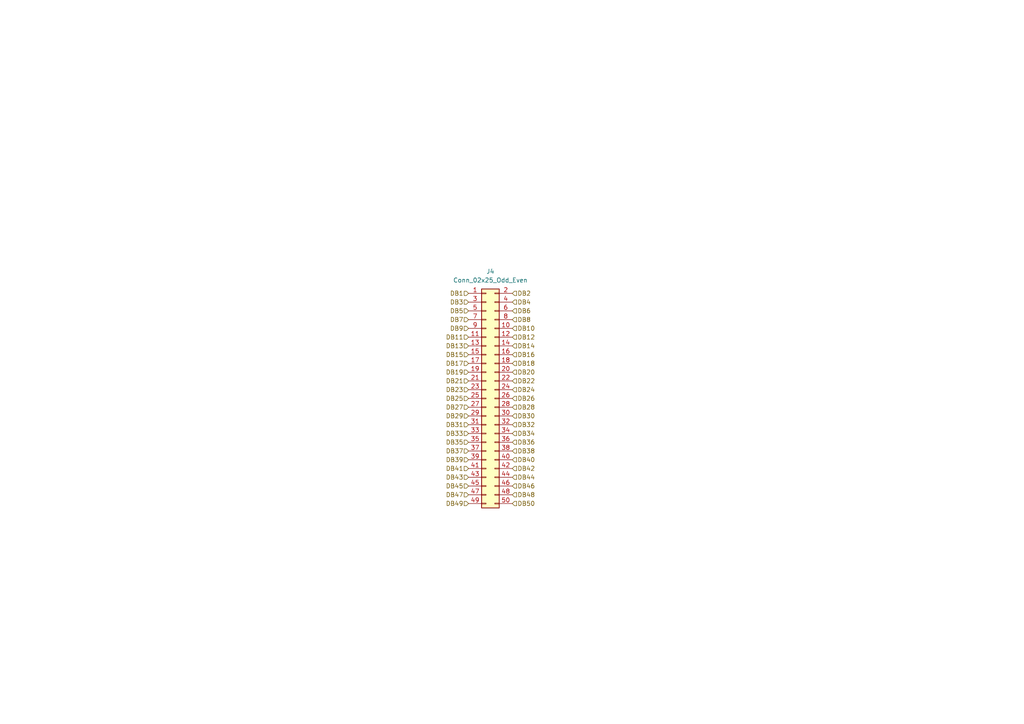
<source format=kicad_sch>
(kicad_sch (version 20231120) (generator "eeschema") (generator_version "8.0")
  (paper "A4")
  (title_block (date "2024-04-25") (rev "V1") (company "22619291") (comment 1 "Niel Theron"))
  (lib_symbols
    (symbol "Connector_Generic:Conn_02x25_Odd_Even" (pin_names (offset 1.016) hide)
      (property "Reference" "J" (at 1.27 33.02 0))
      (property "Value" "Conn_02x25_Odd_Even" (at 1.27 -33.02 0))
      (symbol "Conn_02x25_Odd_Even_1_1"
        (rectangle (start -1.27 -30.353) (end 0 -30.607) (stroke (width 0.1524)))
        (rectangle (start -1.27 -27.813) (end 0 -28.067) (stroke (width 0.1524)))
        (rectangle (start -1.27 -25.273) (end 0 -25.527) (stroke (width 0.1524)))
        (rectangle (start -1.27 -22.733) (end 0 -22.987) (stroke (width 0.1524)))
        (rectangle (start -1.27 -20.193) (end 0 -20.447) (stroke (width 0.1524)))
        (rectangle (start -1.27 -17.653) (end 0 -17.907) (stroke (width 0.1524)))
        (rectangle (start -1.27 -15.113) (end 0 -15.367) (stroke (width 0.1524)))
        (rectangle (start -1.27 -12.573) (end 0 -12.827) (stroke (width 0.1524)))
        (rectangle (start -1.27 -10.033) (end 0 -10.287) (stroke (width 0.1524)))
        (rectangle (start -1.27 -7.493) (end 0 -7.747) (stroke (width 0.1524)))
        (rectangle (start -1.27 -4.953) (end 0 -5.207) (stroke (width 0.1524)))
        (rectangle (start -1.27 -2.413) (end 0 -2.667) (stroke (width 0.1524)))
        (rectangle (start -1.27 0.127) (end 0 -0.127) (stroke (width 0.1524)))
        (rectangle (start -1.27 2.667) (end 0 2.413) (stroke (width 0.1524)))
        (rectangle (start -1.27 5.207) (end 0 4.953) (stroke (width 0.1524)))
        (rectangle (start -1.27 7.747) (end 0 7.493) (stroke (width 0.1524)))
        (rectangle (start -1.27 10.287) (end 0 10.033) (stroke (width 0.1524)))
        (rectangle (start -1.27 12.827) (end 0 12.573) (stroke (width 0.1524)))
        (rectangle (start -1.27 15.367) (end 0 15.113) (stroke (width 0.1524)))
        (rectangle (start -1.27 17.907) (end 0 17.653) (stroke (width 0.1524)))
        (rectangle (start -1.27 20.447) (end 0 20.193) (stroke (width 0.1524)))
        (rectangle (start -1.27 22.987) (end 0 22.733) (stroke (width 0.1524)))
        (rectangle (start -1.27 25.527) (end 0 25.273) (stroke (width 0.1524)))
        (rectangle (start -1.27 28.067) (end 0 27.813) (stroke (width 0.1524)))
        (rectangle (start -1.27 30.607) (end 0 30.353) (stroke (width 0.1524)))
        (rectangle (start -1.27 31.75) (end 3.81 -31.75) (stroke (width 0.254)) (fill (type background)))
        (rectangle (start 3.81 -30.353) (end 2.54 -30.607) (stroke (width 0.1524)))
        (rectangle (start 3.81 -27.813) (end 2.54 -28.067) (stroke (width 0.1524)))
        (rectangle (start 3.81 -25.273) (end 2.54 -25.527) (stroke (width 0.1524)))
        (rectangle (start 3.81 -22.733) (end 2.54 -22.987) (stroke (width 0.1524)))
        (rectangle (start 3.81 -20.193) (end 2.54 -20.447) (stroke (width 0.1524)))
        (rectangle (start 3.81 -17.653) (end 2.54 -17.907) (stroke (width 0.1524)))
        (rectangle (start 3.81 -15.113) (end 2.54 -15.367) (stroke (width 0.1524)))
        (rectangle (start 3.81 -12.573) (end 2.54 -12.827) (stroke (width 0.1524)))
        (rectangle (start 3.81 -10.033) (end 2.54 -10.287) (stroke (width 0.1524)))
        (rectangle (start 3.81 -7.493) (end 2.54 -7.747) (stroke (width 0.1524)))
        (rectangle (start 3.81 -4.953) (end 2.54 -5.207) (stroke (width 0.1524)))
        (rectangle (start 3.81 -2.413) (end 2.54 -2.667) (stroke (width 0.1524)))
        (rectangle (start 3.81 0.127) (end 2.54 -0.127) (stroke (width 0.1524)))
        (rectangle (start 3.81 2.667) (end 2.54 2.413) (stroke (width 0.1524)))
        (rectangle (start 3.81 5.207) (end 2.54 4.953) (stroke (width 0.1524)))
        (rectangle (start 3.81 7.747) (end 2.54 7.493) (stroke (width 0.1524)))
        (rectangle (start 3.81 10.287) (end 2.54 10.033) (stroke (width 0.1524)))
        (rectangle (start 3.81 12.827) (end 2.54 12.573) (stroke (width 0.1524)))
        (rectangle (start 3.81 15.367) (end 2.54 15.113) (stroke (width 0.1524)))
        (rectangle (start 3.81 17.907) (end 2.54 17.653) (stroke (width 0.1524)))
        (rectangle (start 3.81 20.447) (end 2.54 20.193) (stroke (width 0.1524)))
        (rectangle (start 3.81 22.987) (end 2.54 22.733) (stroke (width 0.1524)))
        (rectangle (start 3.81 25.527) (end 2.54 25.273) (stroke (width 0.1524)))
        (rectangle (start 3.81 28.067) (end 2.54 27.813) (stroke (width 0.1524)))
        (rectangle (start 3.81 30.607) (end 2.54 30.353) (stroke (width 0.1524)))
        (pin passive line (at -5.08 30.48 0) (length 3.81) (name "Pin_1") (number "1"))
        (pin passive line (at 7.62 20.32 180) (length 3.81) (name "Pin_10") (number "10"))
        (pin passive line (at -5.08 17.78 0) (length 3.81) (name "Pin_11") (number "11"))
        (pin passive line (at 7.62 17.78 180) (length 3.81) (name "Pin_12") (number "12"))
        (pin passive line (at -5.08 15.24 0) (length 3.81) (name "Pin_13") (number "13"))
        (pin passive line (at 7.62 15.24 180) (length 3.81) (name "Pin_14") (number "14"))
        (pin passive line (at -5.08 12.7 0) (length 3.81) (name "Pin_15") (number "15"))
        (pin passive line (at 7.62 12.7 180) (length 3.81) (name "Pin_16") (number "16"))
        (pin passive line (at -5.08 10.16 0) (length 3.81) (name "Pin_17") (number "17"))
        (pin passive line (at 7.62 10.16 180) (length 3.81) (name "Pin_18") (number "18"))
        (pin passive line (at -5.08 7.62 0) (length 3.81) (name "Pin_19") (number "19"))
        (pin passive line (at 7.62 30.48 180) (length 3.81) (name "Pin_2") (number "2"))
        (pin passive line (at 7.62 7.62 180) (length 3.81) (name "Pin_20") (number "20"))
        (pin passive line (at -5.08 5.08 0) (length 3.81) (name "Pin_21") (number "21"))
        (pin passive line (at 7.62 5.08 180) (length 3.81) (name "Pin_22") (number "22"))
        (pin passive line (at -5.08 2.54 0) (length 3.81) (name "Pin_23") (number "23"))
        (pin passive line (at 7.62 2.54 180) (length 3.81) (name "Pin_24") (number "24"))
        (pin passive line (at -5.08 0 0) (length 3.81) (name "Pin_25") (number "25"))
        (pin passive line (at 7.62 0 180) (length 3.81) (name "Pin_26") (number "26"))
        (pin passive line (at -5.08 -2.54 0) (length 3.81) (name "Pin_27") (number "27"))
        (pin passive line (at 7.62 -2.54 180) (length 3.81) (name "Pin_28") (number "28"))
        (pin passive line (at -5.08 -5.08 0) (length 3.81) (name "Pin_29") (number "29"))
        (pin passive line (at -5.08 27.94 0) (length 3.81) (name "Pin_3") (number "3"))
        (pin passive line (at 7.62 -5.08 180) (length 3.81) (name "Pin_30") (number "30"))
        (pin passive line (at -5.08 -7.62 0) (length 3.81) (name "Pin_31") (number "31"))
        (pin passive line (at 7.62 -7.62 180) (length 3.81) (name "Pin_32") (number "32"))
        (pin passive line (at -5.08 -10.16 0) (length 3.81) (name "Pin_33") (number "33"))
        (pin passive line (at 7.62 -10.16 180) (length 3.81) (name "Pin_34") (number "34"))
        (pin passive line (at -5.08 -12.7 0) (length 3.81) (name "Pin_35") (number "35"))
        (pin passive line (at 7.62 -12.7 180) (length 3.81) (name "Pin_36") (number "36"))
        (pin passive line (at -5.08 -15.24 0) (length 3.81) (name "Pin_37") (number "37"))
        (pin passive line (at 7.62 -15.24 180) (length 3.81) (name "Pin_38") (number "38"))
        (pin passive line (at -5.08 -17.78 0) (length 3.81) (name "Pin_39") (number "39"))
        (pin passive line (at 7.62 27.94 180) (length 3.81) (name "Pin_4") (number "4"))
        (pin passive line (at 7.62 -17.78 180) (length 3.81) (name "Pin_40") (number "40"))
        (pin passive line (at -5.08 -20.32 0) (length 3.81) (name "Pin_41") (number "41"))
        (pin passive line (at 7.62 -20.32 180) (length 3.81) (name "Pin_42") (number "42"))
        (pin passive line (at -5.08 -22.86 0) (length 3.81) (name "Pin_43") (number "43"))
        (pin passive line (at 7.62 -22.86 180) (length 3.81) (name "Pin_44") (number "44"))
        (pin passive line (at -5.08 -25.4 0) (length 3.81) (name "Pin_45") (number "45"))
        (pin passive line (at 7.62 -25.4 180) (length 3.81) (name "Pin_46") (number "46"))
        (pin passive line (at -5.08 -27.94 0) (length 3.81) (name "Pin_47") (number "47"))
        (pin passive line (at 7.62 -27.94 180) (length 3.81) (name "Pin_48") (number "48"))
        (pin passive line (at -5.08 -30.48 0) (length 3.81) (name "Pin_49") (number "49"))
        (pin passive line (at -5.08 25.4 0) (length 3.81) (name "Pin_5") (number "5"))
        (pin passive line (at 7.62 -30.48 180) (length 3.81) (name "Pin_50") (number "50"))
        (pin passive line (at 7.62 25.4 180) (length 3.81) (name "Pin_6") (number "6"))
        (pin passive line (at -5.08 22.86 0) (length 3.81) (name "Pin_7") (number "7"))
        (pin passive line (at 7.62 22.86 180) (length 3.81) (name "Pin_8") (number "8"))
        (pin passive line (at -5.08 20.32 0) (length 3.81) (name "Pin_9") (number "9"))
      )
    )
  )
  (hierarchical_label "DB16" (shape input) (at 148.59 102.87 0))
  (hierarchical_label "DB10" (shape input) (at 148.59 95.25 0))
  (hierarchical_label "DB49" (shape input) (at 135.89 146.05 180))
  (hierarchical_label "DB17" (shape input) (at 135.89 105.41 180))
  (hierarchical_label "DB38" (shape input) (at 148.59 130.81 0))
  (hierarchical_label "DB7" (shape input) (at 135.89 92.71 180))
  (hierarchical_label "DB37" (shape input) (at 135.89 130.81 180))
  (hierarchical_label "DB4" (shape input) (at 148.59 87.63 0))
  (hierarchical_label "DB27" (shape input) (at 135.89 118.11 180))
  (hierarchical_label "DB36" (shape input) (at 148.59 128.27 0))
  (hierarchical_label "DB15" (shape input) (at 135.89 102.87 180))
  (hierarchical_label "DB46" (shape input) (at 148.59 140.97 0))
  (hierarchical_label "DB30" (shape input) (at 148.59 120.65 0))
  (hierarchical_label "DB47" (shape input) (at 135.89 143.51 180))
  (hierarchical_label "DB33" (shape input) (at 135.89 125.73 180))
  (hierarchical_label "DB32" (shape input) (at 148.59 123.19 0))
  (hierarchical_label "DB43" (shape input) (at 135.89 138.43 180))
  (hierarchical_label "DB3" (shape input) (at 135.89 87.63 180))
  (hierarchical_label "DB13" (shape input) (at 135.89 100.33 180))
  (hierarchical_label "DB14" (shape input) (at 148.59 100.33 0))
  (hierarchical_label "DB44" (shape input) (at 148.59 138.43 0))
  (hierarchical_label "DB5" (shape input) (at 135.89 90.17 180))
  (hierarchical_label "DB9" (shape input) (at 135.89 95.25 180))
  (hierarchical_label "DB24" (shape input) (at 148.59 113.03 0))
  (hierarchical_label "DB1" (shape input) (at 135.89 85.09 180))
  (hierarchical_label "DB25" (shape input) (at 135.89 115.57 180))
  (hierarchical_label "DB45" (shape input) (at 135.89 140.97 180))
  (hierarchical_label "DB26" (shape input) (at 148.59 115.57 0))
  (hierarchical_label "DB35" (shape input) (at 135.89 128.27 180))
  (hierarchical_label "DB40" (shape input) (at 148.59 133.35 0))
  (hierarchical_label "DB18" (shape input) (at 148.59 105.41 0))
  (hierarchical_label "DB31" (shape input) (at 135.89 123.19 180))
  (hierarchical_label "DB28" (shape input) (at 148.59 118.11 0))
  (hierarchical_label "DB23" (shape input) (at 135.89 113.03 180))
  (hierarchical_label "DB8" (shape input) (at 148.59 92.71 0))
  (hierarchical_label "DB42" (shape input) (at 148.59 135.89 0))
  (hierarchical_label "DB41" (shape input) (at 135.89 135.89 180))
  (hierarchical_label "DB6" (shape input) (at 148.59 90.17 0))
  (hierarchical_label "DB39" (shape input) (at 135.89 133.35 180))
  (hierarchical_label "DB19" (shape input) (at 135.89 107.95 180))
  (hierarchical_label "DB2" (shape input) (at 148.59 85.09 0))
  (hierarchical_label "DB21" (shape input) (at 135.89 110.49 180))
  (hierarchical_label "DB12" (shape input) (at 148.59 97.79 0))
  (hierarchical_label "DB22" (shape input) (at 148.59 110.49 0))
  (hierarchical_label "DB29" (shape input) (at 135.89 120.65 180))
  (hierarchical_label "DB11" (shape input) (at 135.89 97.79 180))
  (hierarchical_label "DB34" (shape input) (at 148.59 125.73 0))
  (hierarchical_label "DB48" (shape input) (at 148.59 143.51 0))
  (hierarchical_label "DB20" (shape input) (at 148.59 107.95 0))
  (hierarchical_label "DB50" (shape input) (at 148.59 146.05 0))
  (symbol (lib_id "Connector_Generic:Conn_02x25_Odd_Even") (at 140.97 115.57 0) (unit 1)
    (property "Reference" "J4" (at 142.24 78.74 0))
    (property "Value" "Conn_02x25_Odd_Even" (at 142.24 81.28 0))
    (property "Footprint" "Skripsie:HRS_DF40C-50DS-0.4V(51)" (effects (hide yes)))
    (property "Description" "Generic connector, double row, 02x25, odd/even pin numbering scheme (row 1 odd numbers, row 2 even numbers), script generated (kicad-library-utils/schlib/autogen/connector/)" (effects (hide yes)))
  )
)
</source>
